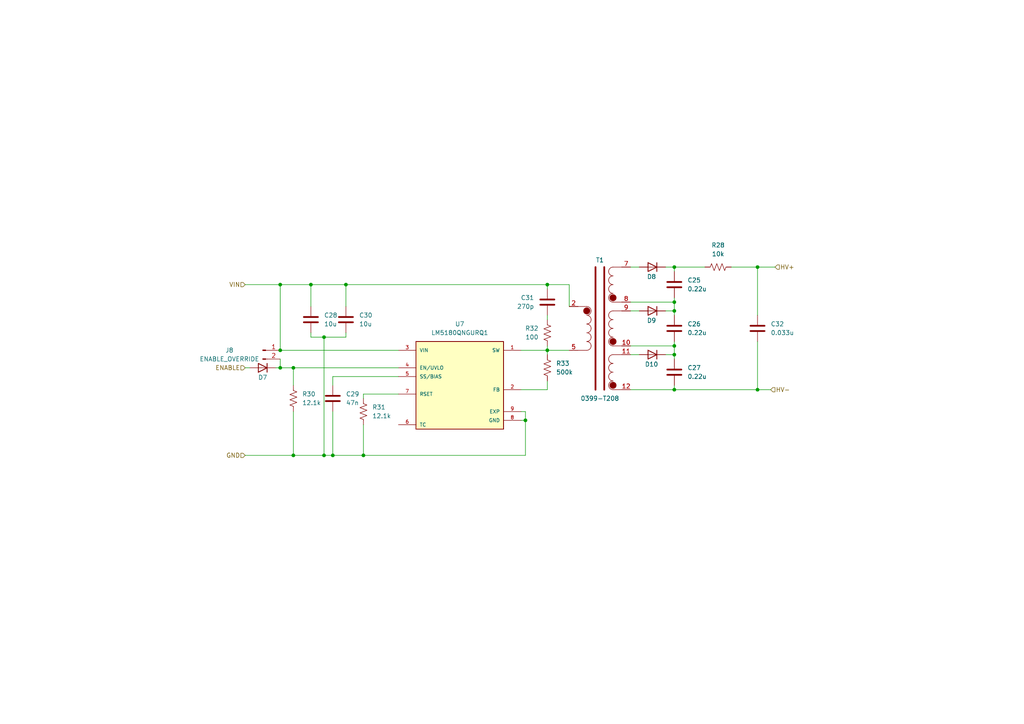
<source format=kicad_sch>
(kicad_sch
	(version 20250114)
	(generator "eeschema")
	(generator_version "9.0")
	(uuid "977f5da2-6be6-4fc1-969f-7a8fa8851033")
	(paper "A4")
	(lib_symbols
		(symbol "Connector:Conn_01x02_Pin"
			(pin_names
				(offset 1.016)
				(hide yes)
			)
			(exclude_from_sim no)
			(in_bom yes)
			(on_board yes)
			(property "Reference" "J"
				(at 0 2.54 0)
				(effects
					(font
						(size 1.27 1.27)
					)
				)
			)
			(property "Value" "Conn_01x02_Pin"
				(at 0 -5.08 0)
				(effects
					(font
						(size 1.27 1.27)
					)
				)
			)
			(property "Footprint" ""
				(at 0 0 0)
				(effects
					(font
						(size 1.27 1.27)
					)
					(hide yes)
				)
			)
			(property "Datasheet" "~"
				(at 0 0 0)
				(effects
					(font
						(size 1.27 1.27)
					)
					(hide yes)
				)
			)
			(property "Description" "Generic connector, single row, 01x02, script generated"
				(at 0 0 0)
				(effects
					(font
						(size 1.27 1.27)
					)
					(hide yes)
				)
			)
			(property "ki_locked" ""
				(at 0 0 0)
				(effects
					(font
						(size 1.27 1.27)
					)
				)
			)
			(property "ki_keywords" "connector"
				(at 0 0 0)
				(effects
					(font
						(size 1.27 1.27)
					)
					(hide yes)
				)
			)
			(property "ki_fp_filters" "Connector*:*_1x??_*"
				(at 0 0 0)
				(effects
					(font
						(size 1.27 1.27)
					)
					(hide yes)
				)
			)
			(symbol "Conn_01x02_Pin_1_1"
				(rectangle
					(start 0.8636 0.127)
					(end 0 -0.127)
					(stroke
						(width 0.1524)
						(type default)
					)
					(fill
						(type outline)
					)
				)
				(rectangle
					(start 0.8636 -2.413)
					(end 0 -2.667)
					(stroke
						(width 0.1524)
						(type default)
					)
					(fill
						(type outline)
					)
				)
				(polyline
					(pts
						(xy 1.27 0) (xy 0.8636 0)
					)
					(stroke
						(width 0.1524)
						(type default)
					)
					(fill
						(type none)
					)
				)
				(polyline
					(pts
						(xy 1.27 -2.54) (xy 0.8636 -2.54)
					)
					(stroke
						(width 0.1524)
						(type default)
					)
					(fill
						(type none)
					)
				)
				(pin passive line
					(at 5.08 0 180)
					(length 3.81)
					(name "Pin_1"
						(effects
							(font
								(size 1.27 1.27)
							)
						)
					)
					(number "1"
						(effects
							(font
								(size 1.27 1.27)
							)
						)
					)
				)
				(pin passive line
					(at 5.08 -2.54 180)
					(length 3.81)
					(name "Pin_2"
						(effects
							(font
								(size 1.27 1.27)
							)
						)
					)
					(number "2"
						(effects
							(font
								(size 1.27 1.27)
							)
						)
					)
				)
			)
			(embedded_fonts no)
		)
		(symbol "Device:C"
			(pin_numbers
				(hide yes)
			)
			(pin_names
				(offset 0.254)
			)
			(exclude_from_sim no)
			(in_bom yes)
			(on_board yes)
			(property "Reference" "C"
				(at 0.635 2.54 0)
				(effects
					(font
						(size 1.27 1.27)
					)
					(justify left)
				)
			)
			(property "Value" "C"
				(at 0.635 -2.54 0)
				(effects
					(font
						(size 1.27 1.27)
					)
					(justify left)
				)
			)
			(property "Footprint" ""
				(at 0.9652 -3.81 0)
				(effects
					(font
						(size 1.27 1.27)
					)
					(hide yes)
				)
			)
			(property "Datasheet" "~"
				(at 0 0 0)
				(effects
					(font
						(size 1.27 1.27)
					)
					(hide yes)
				)
			)
			(property "Description" "Unpolarized capacitor"
				(at 0 0 0)
				(effects
					(font
						(size 1.27 1.27)
					)
					(hide yes)
				)
			)
			(property "ki_keywords" "cap capacitor"
				(at 0 0 0)
				(effects
					(font
						(size 1.27 1.27)
					)
					(hide yes)
				)
			)
			(property "ki_fp_filters" "C_*"
				(at 0 0 0)
				(effects
					(font
						(size 1.27 1.27)
					)
					(hide yes)
				)
			)
			(symbol "C_0_1"
				(polyline
					(pts
						(xy -2.032 0.762) (xy 2.032 0.762)
					)
					(stroke
						(width 0.508)
						(type default)
					)
					(fill
						(type none)
					)
				)
				(polyline
					(pts
						(xy -2.032 -0.762) (xy 2.032 -0.762)
					)
					(stroke
						(width 0.508)
						(type default)
					)
					(fill
						(type none)
					)
				)
			)
			(symbol "C_1_1"
				(pin passive line
					(at 0 3.81 270)
					(length 2.794)
					(name "~"
						(effects
							(font
								(size 1.27 1.27)
							)
						)
					)
					(number "1"
						(effects
							(font
								(size 1.27 1.27)
							)
						)
					)
				)
				(pin passive line
					(at 0 -3.81 90)
					(length 2.794)
					(name "~"
						(effects
							(font
								(size 1.27 1.27)
							)
						)
					)
					(number "2"
						(effects
							(font
								(size 1.27 1.27)
							)
						)
					)
				)
			)
			(embedded_fonts no)
		)
		(symbol "Device:D"
			(pin_numbers
				(hide yes)
			)
			(pin_names
				(offset 1.016)
				(hide yes)
			)
			(exclude_from_sim no)
			(in_bom yes)
			(on_board yes)
			(property "Reference" "D"
				(at 0 2.54 0)
				(effects
					(font
						(size 1.27 1.27)
					)
				)
			)
			(property "Value" "D"
				(at 0 -2.54 0)
				(effects
					(font
						(size 1.27 1.27)
					)
				)
			)
			(property "Footprint" ""
				(at 0 0 0)
				(effects
					(font
						(size 1.27 1.27)
					)
					(hide yes)
				)
			)
			(property "Datasheet" "~"
				(at 0 0 0)
				(effects
					(font
						(size 1.27 1.27)
					)
					(hide yes)
				)
			)
			(property "Description" "Diode"
				(at 0 0 0)
				(effects
					(font
						(size 1.27 1.27)
					)
					(hide yes)
				)
			)
			(property "Sim.Device" "D"
				(at 0 0 0)
				(effects
					(font
						(size 1.27 1.27)
					)
					(hide yes)
				)
			)
			(property "Sim.Pins" "1=K 2=A"
				(at 0 0 0)
				(effects
					(font
						(size 1.27 1.27)
					)
					(hide yes)
				)
			)
			(property "ki_keywords" "diode"
				(at 0 0 0)
				(effects
					(font
						(size 1.27 1.27)
					)
					(hide yes)
				)
			)
			(property "ki_fp_filters" "TO-???* *_Diode_* *SingleDiode* D_*"
				(at 0 0 0)
				(effects
					(font
						(size 1.27 1.27)
					)
					(hide yes)
				)
			)
			(symbol "D_0_1"
				(polyline
					(pts
						(xy -1.27 1.27) (xy -1.27 -1.27)
					)
					(stroke
						(width 0.254)
						(type default)
					)
					(fill
						(type none)
					)
				)
				(polyline
					(pts
						(xy 1.27 1.27) (xy 1.27 -1.27) (xy -1.27 0) (xy 1.27 1.27)
					)
					(stroke
						(width 0.254)
						(type default)
					)
					(fill
						(type none)
					)
				)
				(polyline
					(pts
						(xy 1.27 0) (xy -1.27 0)
					)
					(stroke
						(width 0)
						(type default)
					)
					(fill
						(type none)
					)
				)
			)
			(symbol "D_1_1"
				(pin passive line
					(at -3.81 0 0)
					(length 2.54)
					(name "K"
						(effects
							(font
								(size 1.27 1.27)
							)
						)
					)
					(number "1"
						(effects
							(font
								(size 1.27 1.27)
							)
						)
					)
				)
				(pin passive line
					(at 3.81 0 180)
					(length 2.54)
					(name "A"
						(effects
							(font
								(size 1.27 1.27)
							)
						)
					)
					(number "2"
						(effects
							(font
								(size 1.27 1.27)
							)
						)
					)
				)
			)
			(embedded_fonts no)
		)
		(symbol "Device:R_US"
			(pin_numbers
				(hide yes)
			)
			(pin_names
				(offset 0)
			)
			(exclude_from_sim no)
			(in_bom yes)
			(on_board yes)
			(property "Reference" "R"
				(at 2.54 0 90)
				(effects
					(font
						(size 1.27 1.27)
					)
				)
			)
			(property "Value" "R_US"
				(at -2.54 0 90)
				(effects
					(font
						(size 1.27 1.27)
					)
				)
			)
			(property "Footprint" ""
				(at 1.016 -0.254 90)
				(effects
					(font
						(size 1.27 1.27)
					)
					(hide yes)
				)
			)
			(property "Datasheet" "~"
				(at 0 0 0)
				(effects
					(font
						(size 1.27 1.27)
					)
					(hide yes)
				)
			)
			(property "Description" "Resistor, US symbol"
				(at 0 0 0)
				(effects
					(font
						(size 1.27 1.27)
					)
					(hide yes)
				)
			)
			(property "ki_keywords" "R res resistor"
				(at 0 0 0)
				(effects
					(font
						(size 1.27 1.27)
					)
					(hide yes)
				)
			)
			(property "ki_fp_filters" "R_*"
				(at 0 0 0)
				(effects
					(font
						(size 1.27 1.27)
					)
					(hide yes)
				)
			)
			(symbol "R_US_0_1"
				(polyline
					(pts
						(xy 0 2.286) (xy 0 2.54)
					)
					(stroke
						(width 0)
						(type default)
					)
					(fill
						(type none)
					)
				)
				(polyline
					(pts
						(xy 0 2.286) (xy 1.016 1.905) (xy 0 1.524) (xy -1.016 1.143) (xy 0 0.762)
					)
					(stroke
						(width 0)
						(type default)
					)
					(fill
						(type none)
					)
				)
				(polyline
					(pts
						(xy 0 0.762) (xy 1.016 0.381) (xy 0 0) (xy -1.016 -0.381) (xy 0 -0.762)
					)
					(stroke
						(width 0)
						(type default)
					)
					(fill
						(type none)
					)
				)
				(polyline
					(pts
						(xy 0 -0.762) (xy 1.016 -1.143) (xy 0 -1.524) (xy -1.016 -1.905) (xy 0 -2.286)
					)
					(stroke
						(width 0)
						(type default)
					)
					(fill
						(type none)
					)
				)
				(polyline
					(pts
						(xy 0 -2.286) (xy 0 -2.54)
					)
					(stroke
						(width 0)
						(type default)
					)
					(fill
						(type none)
					)
				)
			)
			(symbol "R_US_1_1"
				(pin passive line
					(at 0 3.81 270)
					(length 1.27)
					(name "~"
						(effects
							(font
								(size 1.27 1.27)
							)
						)
					)
					(number "1"
						(effects
							(font
								(size 1.27 1.27)
							)
						)
					)
				)
				(pin passive line
					(at 0 -3.81 90)
					(length 1.27)
					(name "~"
						(effects
							(font
								(size 1.27 1.27)
							)
						)
					)
					(number "2"
						(effects
							(font
								(size 1.27 1.27)
							)
						)
					)
				)
			)
			(embedded_fonts no)
		)
		(symbol "LM5180QNGURQ1:LM5180QNGURQ1"
			(pin_names
				(offset 1.016)
			)
			(exclude_from_sim no)
			(in_bom yes)
			(on_board yes)
			(property "Reference" "U"
				(at -12.7 13.97 0)
				(effects
					(font
						(size 1.27 1.27)
					)
					(justify left bottom)
				)
			)
			(property "Value" "LM5180QNGURQ1"
				(at -12.7 -13.97 0)
				(effects
					(font
						(size 1.27 1.27)
					)
					(justify left top)
				)
			)
			(property "Footprint" "LM5180QNGURQ1:SON80P400X400X80-9N"
				(at 0 0 0)
				(effects
					(font
						(size 1.27 1.27)
					)
					(justify bottom)
					(hide yes)
				)
			)
			(property "Datasheet" ""
				(at 0 0 0)
				(effects
					(font
						(size 1.27 1.27)
					)
					(hide yes)
				)
			)
			(property "Description" ""
				(at 0 0 0)
				(effects
					(font
						(size 1.27 1.27)
					)
					(hide yes)
				)
			)
			(property "MF" "Texas Instruments"
				(at 0 0 0)
				(effects
					(font
						(size 1.27 1.27)
					)
					(justify bottom)
					(hide yes)
				)
			)
			(property "MAXIMUM_PACKAGE_HEIGHT" "0.8 mm"
				(at 0 0 0)
				(effects
					(font
						(size 1.27 1.27)
					)
					(justify bottom)
					(hide yes)
				)
			)
			(property "Package" "WSON-8 Texas Instruments"
				(at 0 0 0)
				(effects
					(font
						(size 1.27 1.27)
					)
					(justify bottom)
					(hide yes)
				)
			)
			(property "Price" "None"
				(at 0 0 0)
				(effects
					(font
						(size 1.27 1.27)
					)
					(justify bottom)
					(hide yes)
				)
			)
			(property "Check_prices" "https://www.snapeda.com/parts/LM5180QNGURQ1/Texas+Instruments/view-part/?ref=eda"
				(at 0 0 0)
				(effects
					(font
						(size 1.27 1.27)
					)
					(justify bottom)
					(hide yes)
				)
			)
			(property "STANDARD" "IPC 7351B"
				(at 0 0 0)
				(effects
					(font
						(size 1.27 1.27)
					)
					(justify bottom)
					(hide yes)
				)
			)
			(property "PARTREV" "A"
				(at 0 0 0)
				(effects
					(font
						(size 1.27 1.27)
					)
					(justify bottom)
					(hide yes)
				)
			)
			(property "SnapEDA_Link" "https://www.snapeda.com/parts/LM5180QNGURQ1/Texas+Instruments/view-part/?ref=snap"
				(at 0 0 0)
				(effects
					(font
						(size 1.27 1.27)
					)
					(justify bottom)
					(hide yes)
				)
			)
			(property "MP" "LM5180QNGURQ1"
				(at 0 0 0)
				(effects
					(font
						(size 1.27 1.27)
					)
					(justify bottom)
					(hide yes)
				)
			)
			(property "Description_1" "\n                        \n                            Automotive 65-VIN no-opto flyback converter with 100-V, 1.5-A integrated MOSFET\n                        \n"
				(at 0 0 0)
				(effects
					(font
						(size 1.27 1.27)
					)
					(justify bottom)
					(hide yes)
				)
			)
			(property "Availability" "In Stock"
				(at 0 0 0)
				(effects
					(font
						(size 1.27 1.27)
					)
					(justify bottom)
					(hide yes)
				)
			)
			(property "MANUFACTURER" "Texas Instruments"
				(at 0 0 0)
				(effects
					(font
						(size 1.27 1.27)
					)
					(justify bottom)
					(hide yes)
				)
			)
			(symbol "LM5180QNGURQ1_0_0"
				(rectangle
					(start -12.7 -12.7)
					(end 12.7 12.7)
					(stroke
						(width 0.254)
						(type default)
					)
					(fill
						(type background)
					)
				)
				(pin input line
					(at -17.78 10.16 0)
					(length 5.08)
					(name "VIN"
						(effects
							(font
								(size 1.016 1.016)
							)
						)
					)
					(number "3"
						(effects
							(font
								(size 1.016 1.016)
							)
						)
					)
				)
				(pin input line
					(at -17.78 5.08 0)
					(length 5.08)
					(name "EN/UVLO"
						(effects
							(font
								(size 1.016 1.016)
							)
						)
					)
					(number "4"
						(effects
							(font
								(size 1.016 1.016)
							)
						)
					)
				)
				(pin input line
					(at -17.78 2.54 0)
					(length 5.08)
					(name "SS/BIAS"
						(effects
							(font
								(size 1.016 1.016)
							)
						)
					)
					(number "5"
						(effects
							(font
								(size 1.016 1.016)
							)
						)
					)
				)
				(pin passive line
					(at -17.78 -2.54 0)
					(length 5.08)
					(name "RSET"
						(effects
							(font
								(size 1.016 1.016)
							)
						)
					)
					(number "7"
						(effects
							(font
								(size 1.016 1.016)
							)
						)
					)
				)
				(pin passive line
					(at -17.78 -11.43 0)
					(length 5.08)
					(name "TC"
						(effects
							(font
								(size 1.016 1.016)
							)
						)
					)
					(number "6"
						(effects
							(font
								(size 1.016 1.016)
							)
						)
					)
				)
				(pin output line
					(at 17.78 10.16 180)
					(length 5.08)
					(name "SW"
						(effects
							(font
								(size 1.016 1.016)
							)
						)
					)
					(number "1"
						(effects
							(font
								(size 1.016 1.016)
							)
						)
					)
				)
				(pin input line
					(at 17.78 -1.27 180)
					(length 5.08)
					(name "FB"
						(effects
							(font
								(size 1.016 1.016)
							)
						)
					)
					(number "2"
						(effects
							(font
								(size 1.016 1.016)
							)
						)
					)
				)
				(pin power_in line
					(at 17.78 -7.62 180)
					(length 5.08)
					(name "EXP"
						(effects
							(font
								(size 1.016 1.016)
							)
						)
					)
					(number "9"
						(effects
							(font
								(size 1.016 1.016)
							)
						)
					)
				)
				(pin power_in line
					(at 17.78 -10.16 180)
					(length 5.08)
					(name "GND"
						(effects
							(font
								(size 1.016 1.016)
							)
						)
					)
					(number "8"
						(effects
							(font
								(size 1.016 1.016)
							)
						)
					)
				)
			)
			(embedded_fonts no)
		)
		(symbol "Sumida Transformer:0399-T208"
			(exclude_from_sim no)
			(in_bom yes)
			(on_board yes)
			(property "Reference" "T1"
				(at 0 22.86 0)
				(effects
					(font
						(size 1.27 1.27)
					)
				)
			)
			(property "Value" "0399-T208"
				(at 0 20.32 0)
				(effects
					(font
						(size 1.27 1.27)
					)
				)
			)
			(property "Footprint" "0399-T208:0399-T208"
				(at 0 -21.59 0)
				(effects
					(font
						(size 1.27 1.27)
					)
					(hide yes)
				)
			)
			(property "Datasheet" ""
				(at 0 0 0)
				(effects
					(font
						(size 1.27 1.27)
					)
					(hide yes)
				)
			)
			(property "Description" ""
				(at 0 0 0)
				(effects
					(font
						(size 1.27 1.27)
					)
					(hide yes)
				)
			)
			(symbol "0399-T208_0_1"
				(polyline
					(pts
						(xy -6.35 6.35) (xy -3.81 6.35)
					)
					(stroke
						(width 0)
						(type default)
					)
					(fill
						(type none)
					)
				)
				(arc
					(start -2.54 5.08)
					(mid -2.912 4.182)
					(end -3.81 3.81)
					(stroke
						(width 0)
						(type default)
					)
					(fill
						(type none)
					)
				)
				(arc
					(start -3.81 6.35)
					(mid -2.912 5.978)
					(end -2.54 5.08)
					(stroke
						(width 0)
						(type default)
					)
					(fill
						(type none)
					)
				)
				(arc
					(start -2.5399 2.5401)
					(mid -2.9119 1.6421)
					(end -3.8099 1.2701)
					(stroke
						(width 0)
						(type default)
					)
					(fill
						(type none)
					)
				)
				(arc
					(start -3.8099 3.8101)
					(mid -2.9119 3.4381)
					(end -2.5399 2.5401)
					(stroke
						(width 0)
						(type default)
					)
					(fill
						(type none)
					)
				)
				(arc
					(start -2.5399 0.0001)
					(mid -2.9119 -0.8979)
					(end -3.8099 -1.2699)
					(stroke
						(width 0)
						(type default)
					)
					(fill
						(type none)
					)
				)
				(arc
					(start -3.8099 1.2701)
					(mid -2.9119 0.8981)
					(end -2.5399 0.0001)
					(stroke
						(width 0)
						(type default)
					)
					(fill
						(type none)
					)
				)
				(arc
					(start -2.5399 -2.5399)
					(mid -2.9119 -3.4379)
					(end -3.8099 -3.8099)
					(stroke
						(width 0)
						(type default)
					)
					(fill
						(type none)
					)
				)
				(arc
					(start -3.8099 -1.2699)
					(mid -2.9119 -1.6419)
					(end -2.5399 -2.5399)
					(stroke
						(width 0)
						(type default)
					)
					(fill
						(type none)
					)
				)
				(arc
					(start -2.5399 -5.0799)
					(mid -2.9119 -5.9779)
					(end -3.8099 -6.3499)
					(stroke
						(width 0)
						(type default)
					)
					(fill
						(type none)
					)
				)
				(arc
					(start -3.8099 -3.8099)
					(mid -2.9119 -4.1819)
					(end -2.5399 -5.0799)
					(stroke
						(width 0)
						(type default)
					)
					(fill
						(type none)
					)
				)
				(circle
					(center -3.81 -5.08)
					(radius 0.0001)
					(stroke
						(width 1)
						(type default)
					)
					(fill
						(type none)
					)
				)
				(polyline
					(pts
						(xy -3.81 -6.35) (xy -6.35 -6.35)
					)
					(stroke
						(width 0)
						(type default)
					)
					(fill
						(type none)
					)
				)
				(polyline
					(pts
						(xy -1.27 17.78) (xy -1.27 -17.78)
					)
					(stroke
						(width 0.5)
						(type default)
					)
					(fill
						(type none)
					)
				)
				(polyline
					(pts
						(xy 1.27 17.78) (xy 1.27 -17.78)
					)
					(stroke
						(width 0.5)
						(type default)
					)
					(fill
						(type none)
					)
				)
				(arc
					(start 2.54 16.51)
					(mid 2.912 17.408)
					(end 3.81 17.78)
					(stroke
						(width 0)
						(type default)
					)
					(fill
						(type none)
					)
				)
				(circle
					(center 3.81 16.51)
					(radius 0.0001)
					(stroke
						(width 1)
						(type default)
					)
					(fill
						(type none)
					)
				)
				(arc
					(start 3.81 15.24)
					(mid 2.912 15.612)
					(end 2.54 16.51)
					(stroke
						(width 0)
						(type default)
					)
					(fill
						(type none)
					)
				)
				(arc
					(start 2.54 13.97)
					(mid 2.912 14.868)
					(end 3.81 15.24)
					(stroke
						(width 0)
						(type default)
					)
					(fill
						(type none)
					)
				)
				(arc
					(start 3.81 12.7)
					(mid 2.912 13.072)
					(end 2.54 13.97)
					(stroke
						(width 0)
						(type default)
					)
					(fill
						(type none)
					)
				)
				(arc
					(start 2.54 11.43)
					(mid 2.912 12.328)
					(end 3.81 12.7)
					(stroke
						(width 0)
						(type default)
					)
					(fill
						(type none)
					)
				)
				(arc
					(start 3.81 10.16)
					(mid 2.912 10.532)
					(end 2.54 11.43)
					(stroke
						(width 0)
						(type default)
					)
					(fill
						(type none)
					)
				)
				(arc
					(start 2.54 8.89)
					(mid 2.912 9.788)
					(end 3.81 10.16)
					(stroke
						(width 0)
						(type default)
					)
					(fill
						(type none)
					)
				)
				(arc
					(start 3.81 7.62)
					(mid 2.912 7.992)
					(end 2.54 8.89)
					(stroke
						(width 0)
						(type default)
					)
					(fill
						(type none)
					)
				)
				(polyline
					(pts
						(xy 3.81 7.62) (xy 6.35 7.62)
					)
					(stroke
						(width 0)
						(type default)
					)
					(fill
						(type none)
					)
				)
				(arc
					(start 2.54 3.81)
					(mid 2.912 4.708)
					(end 3.81 5.08)
					(stroke
						(width 0)
						(type default)
					)
					(fill
						(type none)
					)
				)
				(circle
					(center 3.81 3.81)
					(radius 0.0001)
					(stroke
						(width 1)
						(type default)
					)
					(fill
						(type none)
					)
				)
				(arc
					(start 3.81 2.54)
					(mid 2.912 2.912)
					(end 2.54 3.81)
					(stroke
						(width 0)
						(type default)
					)
					(fill
						(type none)
					)
				)
				(arc
					(start 2.54 1.27)
					(mid 2.912 2.168)
					(end 3.81 2.54)
					(stroke
						(width 0)
						(type default)
					)
					(fill
						(type none)
					)
				)
				(arc
					(start 3.81 0)
					(mid 2.912 0.372)
					(end 2.54 1.27)
					(stroke
						(width 0)
						(type default)
					)
					(fill
						(type none)
					)
				)
				(arc
					(start 2.54 -1.27)
					(mid 2.912 -0.372)
					(end 3.81 0)
					(stroke
						(width 0)
						(type default)
					)
					(fill
						(type none)
					)
				)
				(arc
					(start 3.81 -2.54)
					(mid 2.912 -2.168)
					(end 2.54 -1.27)
					(stroke
						(width 0)
						(type default)
					)
					(fill
						(type none)
					)
				)
				(arc
					(start 2.54 -3.81)
					(mid 2.912 -2.912)
					(end 3.81 -2.54)
					(stroke
						(width 0)
						(type default)
					)
					(fill
						(type none)
					)
				)
				(arc
					(start 3.81 -5.08)
					(mid 2.912 -4.708)
					(end 2.54 -3.81)
					(stroke
						(width 0)
						(type default)
					)
					(fill
						(type none)
					)
				)
				(polyline
					(pts
						(xy 3.81 -5.08) (xy 6.35 -5.08)
					)
					(stroke
						(width 0)
						(type default)
					)
					(fill
						(type none)
					)
				)
				(arc
					(start 2.54 -8.89)
					(mid 2.912 -7.992)
					(end 3.81 -7.62)
					(stroke
						(width 0)
						(type default)
					)
					(fill
						(type none)
					)
				)
				(circle
					(center 3.81 -8.89)
					(radius 0.0001)
					(stroke
						(width 1)
						(type default)
					)
					(fill
						(type none)
					)
				)
				(arc
					(start 3.81 -10.16)
					(mid 2.912 -9.788)
					(end 2.54 -8.89)
					(stroke
						(width 0)
						(type default)
					)
					(fill
						(type none)
					)
				)
				(arc
					(start 2.54 -11.43)
					(mid 2.912 -10.532)
					(end 3.81 -10.16)
					(stroke
						(width 0)
						(type default)
					)
					(fill
						(type none)
					)
				)
				(arc
					(start 3.81 -12.7)
					(mid 2.912 -12.328)
					(end 2.54 -11.43)
					(stroke
						(width 0)
						(type default)
					)
					(fill
						(type none)
					)
				)
				(arc
					(start 2.54 -13.97)
					(mid 2.912 -13.072)
					(end 3.81 -12.7)
					(stroke
						(width 0)
						(type default)
					)
					(fill
						(type none)
					)
				)
				(arc
					(start 3.81 -15.24)
					(mid 2.912 -14.868)
					(end 2.54 -13.97)
					(stroke
						(width 0)
						(type default)
					)
					(fill
						(type none)
					)
				)
				(arc
					(start 2.54 -16.51)
					(mid 2.912 -15.612)
					(end 3.81 -15.24)
					(stroke
						(width 0)
						(type default)
					)
					(fill
						(type none)
					)
				)
				(arc
					(start 3.81 -17.78)
					(mid 2.912 -17.408)
					(end 2.54 -16.51)
					(stroke
						(width 0)
						(type default)
					)
					(fill
						(type none)
					)
				)
				(polyline
					(pts
						(xy 3.81 -17.78) (xy 6.35 -17.78)
					)
					(stroke
						(width 0)
						(type default)
					)
					(fill
						(type none)
					)
				)
				(polyline
					(pts
						(xy 6.35 17.78) (xy 3.81 17.78)
					)
					(stroke
						(width 0)
						(type default)
					)
					(fill
						(type none)
					)
				)
				(polyline
					(pts
						(xy 6.35 5.08) (xy 3.81 5.08)
					)
					(stroke
						(width 0)
						(type default)
					)
					(fill
						(type none)
					)
				)
				(polyline
					(pts
						(xy 6.35 -7.62) (xy 3.81 -7.62)
					)
					(stroke
						(width 0)
						(type default)
					)
					(fill
						(type none)
					)
				)
			)
			(symbol "0399-T208_1_1"
				(pin passive line
					(at -8.89 6.35 0)
					(length 2.54)
					(name ""
						(effects
							(font
								(size 1.27 1.27)
							)
						)
					)
					(number "5"
						(effects
							(font
								(size 1.27 1.27)
							)
						)
					)
				)
				(pin passive line
					(at -8.89 -6.35 0)
					(length 2.54)
					(name ""
						(effects
							(font
								(size 1.27 1.27)
							)
						)
					)
					(number "2"
						(effects
							(font
								(size 1.27 1.27)
							)
						)
					)
				)
				(pin passive line
					(at 8.89 17.78 180)
					(length 2.54)
					(name ""
						(effects
							(font
								(size 1.27 1.27)
							)
						)
					)
					(number "12"
						(effects
							(font
								(size 1.27 1.27)
							)
						)
					)
				)
				(pin passive line
					(at 8.89 7.62 180)
					(length 2.54)
					(name ""
						(effects
							(font
								(size 1.27 1.27)
							)
						)
					)
					(number "11"
						(effects
							(font
								(size 1.27 1.27)
							)
						)
					)
				)
				(pin passive line
					(at 8.89 5.08 180)
					(length 2.54)
					(name ""
						(effects
							(font
								(size 1.27 1.27)
							)
						)
					)
					(number "10"
						(effects
							(font
								(size 1.27 1.27)
							)
						)
					)
				)
				(pin passive line
					(at 8.89 -5.08 180)
					(length 2.54)
					(name ""
						(effects
							(font
								(size 1.27 1.27)
							)
						)
					)
					(number "9"
						(effects
							(font
								(size 1.27 1.27)
							)
						)
					)
				)
				(pin passive line
					(at 8.89 -7.62 180)
					(length 2.54)
					(name ""
						(effects
							(font
								(size 1.27 1.27)
							)
						)
					)
					(number "8"
						(effects
							(font
								(size 1.27 1.27)
							)
						)
					)
				)
				(pin passive line
					(at 8.89 -17.78 180)
					(length 2.54)
					(name ""
						(effects
							(font
								(size 1.27 1.27)
							)
						)
					)
					(number "7"
						(effects
							(font
								(size 1.27 1.27)
							)
						)
					)
				)
			)
			(embedded_fonts no)
		)
	)
	(junction
		(at 195.58 87.63)
		(diameter 0)
		(color 0 0 0 0)
		(uuid "095be0f0-064f-4a60-8c94-9ddb2ad87914")
	)
	(junction
		(at 195.58 90.17)
		(diameter 0)
		(color 0 0 0 0)
		(uuid "0bc7ef3a-a4e4-4740-9f5f-c53da9e48dd4")
	)
	(junction
		(at 152.4 121.92)
		(diameter 0)
		(color 0 0 0 0)
		(uuid "19efb306-452c-4d8a-8731-fa1523415519")
	)
	(junction
		(at 81.28 101.6)
		(diameter 0)
		(color 0 0 0 0)
		(uuid "261c9b1b-870c-42f5-8d8c-b2621143cc18")
	)
	(junction
		(at 81.28 82.55)
		(diameter 0)
		(color 0 0 0 0)
		(uuid "2eb2f5b3-4fee-4e2d-8072-ec66c2a371a0")
	)
	(junction
		(at 90.17 82.55)
		(diameter 0)
		(color 0 0 0 0)
		(uuid "41dcfa92-e7af-4f65-97ee-9730fed3c16b")
	)
	(junction
		(at 195.58 100.33)
		(diameter 0)
		(color 0 0 0 0)
		(uuid "440a2aab-8aaa-46c8-ac8c-da2aa6a28542")
	)
	(junction
		(at 195.58 102.87)
		(diameter 0)
		(color 0 0 0 0)
		(uuid "57c82e8c-a4cf-4e35-89b4-3d2fa8405136")
	)
	(junction
		(at 85.09 106.68)
		(diameter 0)
		(color 0 0 0 0)
		(uuid "5a9a300a-90c8-44af-9143-bf0f90464e81")
	)
	(junction
		(at 105.41 132.08)
		(diameter 0)
		(color 0 0 0 0)
		(uuid "5e30e5e1-608f-4de7-9cf0-164953a7e85c")
	)
	(junction
		(at 93.98 97.79)
		(diameter 0)
		(color 0 0 0 0)
		(uuid "6251a411-0289-466a-a126-c6bc70dff4d4")
	)
	(junction
		(at 96.52 132.08)
		(diameter 0)
		(color 0 0 0 0)
		(uuid "6335f0f5-5174-40bb-b82f-13f8ddb903ed")
	)
	(junction
		(at 100.33 82.55)
		(diameter 0)
		(color 0 0 0 0)
		(uuid "6a393869-b1e8-4438-a232-3414f0cb2e43")
	)
	(junction
		(at 81.28 106.68)
		(diameter 0)
		(color 0 0 0 0)
		(uuid "79d0591a-9088-46f7-a012-e3c10d40777b")
	)
	(junction
		(at 219.71 77.47)
		(diameter 0)
		(color 0 0 0 0)
		(uuid "930200ec-342e-4029-b2e3-5e6984ef0e08")
	)
	(junction
		(at 158.75 101.6)
		(diameter 0)
		(color 0 0 0 0)
		(uuid "93f1f714-c7f8-4c97-b6b9-f9784565df69")
	)
	(junction
		(at 219.71 113.03)
		(diameter 0)
		(color 0 0 0 0)
		(uuid "b2a6f65f-d5ab-4ef1-9ba5-108bd0be697f")
	)
	(junction
		(at 195.58 77.47)
		(diameter 0)
		(color 0 0 0 0)
		(uuid "c1ce815a-54cc-4a8a-9bbd-35a0bb2db9d0")
	)
	(junction
		(at 195.58 113.03)
		(diameter 0)
		(color 0 0 0 0)
		(uuid "d14abcb3-0a63-4062-aa74-a8da6b704477")
	)
	(junction
		(at 158.75 82.55)
		(diameter 0)
		(color 0 0 0 0)
		(uuid "d3beaf2c-a378-4ccd-bac5-3477c5258efd")
	)
	(junction
		(at 93.98 132.08)
		(diameter 0)
		(color 0 0 0 0)
		(uuid "e7e22b81-e504-46a0-9786-b7121219ab16")
	)
	(junction
		(at 85.09 132.08)
		(diameter 0)
		(color 0 0 0 0)
		(uuid "ff284ab1-cc01-4ce4-af2c-0cb93aac012e")
	)
	(wire
		(pts
			(xy 71.12 82.55) (xy 81.28 82.55)
		)
		(stroke
			(width 0)
			(type default)
		)
		(uuid "0295b9a6-b519-41cf-aee3-190164d4fa13")
	)
	(wire
		(pts
			(xy 90.17 82.55) (xy 81.28 82.55)
		)
		(stroke
			(width 0)
			(type default)
		)
		(uuid "0755eca6-30e9-48a6-9cc9-582a4b210878")
	)
	(wire
		(pts
			(xy 90.17 82.55) (xy 90.17 88.9)
		)
		(stroke
			(width 0)
			(type default)
		)
		(uuid "08641fe8-e8a3-400b-b415-64e5502be5b1")
	)
	(wire
		(pts
			(xy 100.33 82.55) (xy 100.33 88.9)
		)
		(stroke
			(width 0)
			(type default)
		)
		(uuid "08cc0bc7-64e9-41e9-8585-ba45241d42fa")
	)
	(wire
		(pts
			(xy 182.88 90.17) (xy 185.42 90.17)
		)
		(stroke
			(width 0)
			(type default)
		)
		(uuid "091c6f77-19d5-4116-9941-2aa00d19229f")
	)
	(wire
		(pts
			(xy 85.09 132.08) (xy 93.98 132.08)
		)
		(stroke
			(width 0)
			(type default)
		)
		(uuid "0a145276-6179-4581-a7a5-9369683d6e55")
	)
	(wire
		(pts
			(xy 158.75 113.03) (xy 158.75 110.49)
		)
		(stroke
			(width 0)
			(type default)
		)
		(uuid "0d056fe2-7746-457c-b624-e95511de5d3a")
	)
	(wire
		(pts
			(xy 115.57 114.3) (xy 105.41 114.3)
		)
		(stroke
			(width 0)
			(type default)
		)
		(uuid "165719f5-5fc8-4a97-8dbe-c8f2bdefcd2b")
	)
	(wire
		(pts
			(xy 81.28 101.6) (xy 115.57 101.6)
		)
		(stroke
			(width 0)
			(type default)
		)
		(uuid "1b726e0a-f91b-4167-bbde-516617a4bcb7")
	)
	(wire
		(pts
			(xy 195.58 111.76) (xy 195.58 113.03)
		)
		(stroke
			(width 0)
			(type default)
		)
		(uuid "1bf194b1-015d-4fc8-a5e6-54d628459556")
	)
	(wire
		(pts
			(xy 90.17 97.79) (xy 90.17 96.52)
		)
		(stroke
			(width 0)
			(type default)
		)
		(uuid "212d4ae1-9c9d-44dc-b55a-1569d1246bcc")
	)
	(wire
		(pts
			(xy 71.12 132.08) (xy 85.09 132.08)
		)
		(stroke
			(width 0)
			(type default)
		)
		(uuid "24bc5ae0-cccc-4252-a8ee-c61104dc61c2")
	)
	(wire
		(pts
			(xy 93.98 132.08) (xy 96.52 132.08)
		)
		(stroke
			(width 0)
			(type default)
		)
		(uuid "272ca4d1-aa3f-41d7-afe6-6dcc80cd5ce5")
	)
	(wire
		(pts
			(xy 151.13 121.92) (xy 152.4 121.92)
		)
		(stroke
			(width 0)
			(type default)
		)
		(uuid "2906990c-a317-4e5f-9b59-75dceb8f0e51")
	)
	(wire
		(pts
			(xy 105.41 123.19) (xy 105.41 132.08)
		)
		(stroke
			(width 0)
			(type default)
		)
		(uuid "2a77d878-6f84-4050-807e-8aac6f53e100")
	)
	(wire
		(pts
			(xy 85.09 119.38) (xy 85.09 132.08)
		)
		(stroke
			(width 0)
			(type default)
		)
		(uuid "32054c9a-f568-4e8e-b046-8bd3c9682d30")
	)
	(wire
		(pts
			(xy 195.58 100.33) (xy 195.58 102.87)
		)
		(stroke
			(width 0)
			(type default)
		)
		(uuid "369c0a16-2b8f-443b-992a-1a98e54f8f35")
	)
	(wire
		(pts
			(xy 158.75 91.44) (xy 158.75 92.71)
		)
		(stroke
			(width 0)
			(type default)
		)
		(uuid "374b0840-a0de-4250-8f0a-37f43b157890")
	)
	(wire
		(pts
			(xy 100.33 97.79) (xy 100.33 96.52)
		)
		(stroke
			(width 0)
			(type default)
		)
		(uuid "39c06173-3bb2-4417-b89f-cc6a745f48e7")
	)
	(wire
		(pts
			(xy 105.41 132.08) (xy 152.4 132.08)
		)
		(stroke
			(width 0)
			(type default)
		)
		(uuid "45622195-cad5-4a43-8a6f-3ebaa8afd205")
	)
	(wire
		(pts
			(xy 158.75 100.33) (xy 158.75 101.6)
		)
		(stroke
			(width 0)
			(type default)
		)
		(uuid "47ab2cac-619e-4603-863c-98188eeb0720")
	)
	(wire
		(pts
			(xy 96.52 109.22) (xy 96.52 111.76)
		)
		(stroke
			(width 0)
			(type default)
		)
		(uuid "4b73d574-df4d-4bfc-a228-2a74c913225c")
	)
	(wire
		(pts
			(xy 158.75 101.6) (xy 158.75 102.87)
		)
		(stroke
			(width 0)
			(type default)
		)
		(uuid "53ffd5f0-ba7e-461f-a679-e5a340926a39")
	)
	(wire
		(pts
			(xy 152.4 121.92) (xy 152.4 132.08)
		)
		(stroke
			(width 0)
			(type default)
		)
		(uuid "5401584f-e46c-4048-8861-d1a1e7cbd187")
	)
	(wire
		(pts
			(xy 151.13 119.38) (xy 152.4 119.38)
		)
		(stroke
			(width 0)
			(type default)
		)
		(uuid "54918907-9f8d-4590-a48c-37f5321a7c30")
	)
	(wire
		(pts
			(xy 158.75 101.6) (xy 165.1 101.6)
		)
		(stroke
			(width 0)
			(type default)
		)
		(uuid "54b25a30-6736-4da2-a51c-a9ec8e2dd025")
	)
	(wire
		(pts
			(xy 81.28 82.55) (xy 81.28 101.6)
		)
		(stroke
			(width 0)
			(type default)
		)
		(uuid "57af5d2a-edeb-43b7-9a62-2e82bb14a25a")
	)
	(wire
		(pts
			(xy 165.1 88.9) (xy 165.1 82.55)
		)
		(stroke
			(width 0)
			(type default)
		)
		(uuid "58fd6f56-144f-45f3-843d-e9cf84b1f70f")
	)
	(wire
		(pts
			(xy 158.75 82.55) (xy 100.33 82.55)
		)
		(stroke
			(width 0)
			(type default)
		)
		(uuid "5963f113-1c31-4038-8199-e1187bc73d25")
	)
	(wire
		(pts
			(xy 85.09 106.68) (xy 115.57 106.68)
		)
		(stroke
			(width 0)
			(type default)
		)
		(uuid "5d9710ff-1d23-47d1-88db-cbe0b088c66f")
	)
	(wire
		(pts
			(xy 195.58 87.63) (xy 195.58 90.17)
		)
		(stroke
			(width 0)
			(type default)
		)
		(uuid "656a9e00-3e0b-40d6-9964-965ce67f4e9d")
	)
	(wire
		(pts
			(xy 195.58 99.06) (xy 195.58 100.33)
		)
		(stroke
			(width 0)
			(type default)
		)
		(uuid "6581a1a0-86d6-465f-8232-48d7a79366d3")
	)
	(wire
		(pts
			(xy 80.01 106.68) (xy 81.28 106.68)
		)
		(stroke
			(width 0)
			(type default)
		)
		(uuid "6a6cc9cd-11ec-42e0-8400-78b0d908f743")
	)
	(wire
		(pts
			(xy 158.75 82.55) (xy 165.1 82.55)
		)
		(stroke
			(width 0)
			(type default)
		)
		(uuid "7431f825-2309-40d2-899e-6a17e5b15d61")
	)
	(wire
		(pts
			(xy 182.88 87.63) (xy 195.58 87.63)
		)
		(stroke
			(width 0)
			(type default)
		)
		(uuid "761445a0-7067-4fb8-8826-08a6ce3e6d85")
	)
	(wire
		(pts
			(xy 90.17 97.79) (xy 93.98 97.79)
		)
		(stroke
			(width 0)
			(type default)
		)
		(uuid "7752ad90-c2f2-4ea0-a1c6-27caaa9fa7cc")
	)
	(wire
		(pts
			(xy 105.41 114.3) (xy 105.41 115.57)
		)
		(stroke
			(width 0)
			(type default)
		)
		(uuid "84f90e4d-4b50-4616-ba34-739d8d57aaf5")
	)
	(wire
		(pts
			(xy 193.04 102.87) (xy 195.58 102.87)
		)
		(stroke
			(width 0)
			(type default)
		)
		(uuid "862c9444-5bed-42e9-9380-a640e0a65770")
	)
	(wire
		(pts
			(xy 151.13 113.03) (xy 158.75 113.03)
		)
		(stroke
			(width 0)
			(type default)
		)
		(uuid "8c04863f-f305-4b51-b9c3-a8ae790cc3c8")
	)
	(wire
		(pts
			(xy 96.52 132.08) (xy 105.41 132.08)
		)
		(stroke
			(width 0)
			(type default)
		)
		(uuid "8d1b5b28-6691-4a55-9b7b-2fe5f8a9ca34")
	)
	(wire
		(pts
			(xy 219.71 77.47) (xy 219.71 91.44)
		)
		(stroke
			(width 0)
			(type default)
		)
		(uuid "8d28fd0f-9cf2-4697-bdbe-9cef1ba7cb48")
	)
	(wire
		(pts
			(xy 193.04 90.17) (xy 195.58 90.17)
		)
		(stroke
			(width 0)
			(type default)
		)
		(uuid "90f3f24e-3b4f-45f8-b0ac-5fac6e02aa64")
	)
	(wire
		(pts
			(xy 195.58 113.03) (xy 219.71 113.03)
		)
		(stroke
			(width 0)
			(type default)
		)
		(uuid "921017c3-11d3-4f53-b3ab-3dc5b7a79572")
	)
	(wire
		(pts
			(xy 152.4 119.38) (xy 152.4 121.92)
		)
		(stroke
			(width 0)
			(type default)
		)
		(uuid "9302f890-6893-4af3-be45-1b064d235cb3")
	)
	(wire
		(pts
			(xy 195.58 102.87) (xy 195.58 104.14)
		)
		(stroke
			(width 0)
			(type default)
		)
		(uuid "9bf2e62f-fe17-4524-8c47-b2cf2d39807a")
	)
	(wire
		(pts
			(xy 193.04 77.47) (xy 195.58 77.47)
		)
		(stroke
			(width 0)
			(type default)
		)
		(uuid "9d269cf5-da73-4d88-bcc9-c98bb64e4542")
	)
	(wire
		(pts
			(xy 158.75 82.55) (xy 158.75 83.82)
		)
		(stroke
			(width 0)
			(type default)
		)
		(uuid "a1220ffb-5714-4b36-b36a-4c18cd879e1d")
	)
	(wire
		(pts
			(xy 93.98 97.79) (xy 93.98 132.08)
		)
		(stroke
			(width 0)
			(type default)
		)
		(uuid "a1d9fa7f-3b31-460b-81b3-25ea6a1451a4")
	)
	(wire
		(pts
			(xy 219.71 113.03) (xy 223.52 113.03)
		)
		(stroke
			(width 0)
			(type default)
		)
		(uuid "a1f0963e-1867-4989-b720-bbe19c172a1c")
	)
	(wire
		(pts
			(xy 195.58 86.36) (xy 195.58 87.63)
		)
		(stroke
			(width 0)
			(type default)
		)
		(uuid "a30a79e3-1729-4c56-afd2-c234a06d24be")
	)
	(wire
		(pts
			(xy 115.57 109.22) (xy 96.52 109.22)
		)
		(stroke
			(width 0)
			(type default)
		)
		(uuid "a3e0857b-0aba-440c-b692-c794c95e9e83")
	)
	(wire
		(pts
			(xy 182.88 113.03) (xy 195.58 113.03)
		)
		(stroke
			(width 0)
			(type default)
		)
		(uuid "a639083b-f665-44f4-8978-5103ffcd2310")
	)
	(wire
		(pts
			(xy 182.88 100.33) (xy 195.58 100.33)
		)
		(stroke
			(width 0)
			(type default)
		)
		(uuid "a97750a9-4248-4eb9-ae78-052f60e81d24")
	)
	(wire
		(pts
			(xy 85.09 106.68) (xy 81.28 106.68)
		)
		(stroke
			(width 0)
			(type default)
		)
		(uuid "ad62ff10-0134-48f8-a64c-7d067e9c3f54")
	)
	(wire
		(pts
			(xy 96.52 119.38) (xy 96.52 132.08)
		)
		(stroke
			(width 0)
			(type default)
		)
		(uuid "b0710e95-4c24-456c-8d8f-81e506342c99")
	)
	(wire
		(pts
			(xy 151.13 101.6) (xy 158.75 101.6)
		)
		(stroke
			(width 0)
			(type default)
		)
		(uuid "b1803a9b-9527-4f8f-b2af-400723dc740f")
	)
	(wire
		(pts
			(xy 195.58 77.47) (xy 195.58 78.74)
		)
		(stroke
			(width 0)
			(type default)
		)
		(uuid "b6cc8d43-31a7-4616-9095-ceb28ae95950")
	)
	(wire
		(pts
			(xy 182.88 77.47) (xy 185.42 77.47)
		)
		(stroke
			(width 0)
			(type default)
		)
		(uuid "ba080520-19f8-4ac9-8be4-fa536ec30370")
	)
	(wire
		(pts
			(xy 195.58 90.17) (xy 195.58 91.44)
		)
		(stroke
			(width 0)
			(type default)
		)
		(uuid "c3723302-5da1-44d7-91b2-6a9d89652258")
	)
	(wire
		(pts
			(xy 85.09 106.68) (xy 85.09 111.76)
		)
		(stroke
			(width 0)
			(type default)
		)
		(uuid "ca7eb4de-3140-45f8-8141-6719c183b9ed")
	)
	(wire
		(pts
			(xy 212.09 77.47) (xy 219.71 77.47)
		)
		(stroke
			(width 0)
			(type default)
		)
		(uuid "d06aaf92-171c-4590-8a89-b0d7a6fc301b")
	)
	(wire
		(pts
			(xy 100.33 82.55) (xy 90.17 82.55)
		)
		(stroke
			(width 0)
			(type default)
		)
		(uuid "dc0fb085-1eff-460c-8ed8-d267b5d7cdff")
	)
	(wire
		(pts
			(xy 71.12 106.68) (xy 72.39 106.68)
		)
		(stroke
			(width 0)
			(type default)
		)
		(uuid "e148ba6f-ee9f-49ae-a933-58e683a9b3bb")
	)
	(wire
		(pts
			(xy 182.88 102.87) (xy 185.42 102.87)
		)
		(stroke
			(width 0)
			(type default)
		)
		(uuid "e30dd438-051c-40ad-a3c9-68763318cf03")
	)
	(wire
		(pts
			(xy 81.28 104.14) (xy 81.28 106.68)
		)
		(stroke
			(width 0)
			(type default)
		)
		(uuid "e64639b5-b4a9-440d-a8a2-b74af338275e")
	)
	(wire
		(pts
			(xy 219.71 77.47) (xy 224.79 77.47)
		)
		(stroke
			(width 0)
			(type default)
		)
		(uuid "e7971ab1-630c-4c82-a22b-2e205c8e789d")
	)
	(wire
		(pts
			(xy 93.98 97.79) (xy 100.33 97.79)
		)
		(stroke
			(width 0)
			(type default)
		)
		(uuid "ea544e80-de5b-4ac7-8b14-561e52c75058")
	)
	(wire
		(pts
			(xy 195.58 77.47) (xy 204.47 77.47)
		)
		(stroke
			(width 0)
			(type default)
		)
		(uuid "ee513264-041f-4587-b22c-8e37b375af07")
	)
	(wire
		(pts
			(xy 219.71 99.06) (xy 219.71 113.03)
		)
		(stroke
			(width 0)
			(type default)
		)
		(uuid "fe7dc076-fb7e-431e-9866-7e52cebb3890")
	)
	(hierarchical_label "HV+"
		(shape input)
		(at 224.79 77.47 0)
		(effects
			(font
				(size 1.27 1.27)
			)
			(justify left)
		)
		(uuid "1d719b66-fc48-4315-945c-05f3464ff9b2")
	)
	(hierarchical_label "VIN"
		(shape input)
		(at 71.12 82.55 180)
		(effects
			(font
				(size 1.27 1.27)
			)
			(justify right)
		)
		(uuid "8d547510-5243-42b0-b45b-dccd43d25b85")
	)
	(hierarchical_label "ENABLE"
		(shape input)
		(at 71.12 106.68 180)
		(effects
			(font
				(size 1.27 1.27)
			)
			(justify right)
		)
		(uuid "c9ca4761-e05c-4899-8f5e-a884d0d8ea71")
	)
	(hierarchical_label "HV-"
		(shape input)
		(at 223.52 113.03 0)
		(effects
			(font
				(size 1.27 1.27)
			)
			(justify left)
		)
		(uuid "ded70c7c-df25-41f6-9be3-52a4c3645c7a")
	)
	(hierarchical_label "GND"
		(shape input)
		(at 71.12 132.08 180)
		(effects
			(font
				(size 1.27 1.27)
			)
			(justify right)
		)
		(uuid "ff6e25d5-6ff5-4d29-b07e-c19870670020")
	)
	(symbol
		(lib_id "Device:C")
		(at 195.58 107.95 0)
		(unit 1)
		(exclude_from_sim no)
		(in_bom yes)
		(on_board yes)
		(dnp no)
		(fields_autoplaced yes)
		(uuid "39bd3091-f286-470b-b611-75b8ab4c4b52")
		(property "Reference" "C27"
			(at 199.39 106.6799 0)
			(effects
				(font
					(size 1.27 1.27)
				)
				(justify left)
			)
		)
		(property "Value" "0.22u"
			(at 199.39 109.2199 0)
			(effects
				(font
					(size 1.27 1.27)
				)
				(justify left)
			)
		)
		(property "Footprint" "Capacitor_SMD:C_1812_4532Metric"
			(at 196.5452 111.76 0)
			(effects
				(font
					(size 1.27 1.27)
				)
				(hide yes)
			)
		)
		(property "Datasheet" "C4532X7T2J224K200KC"
			(at 195.58 107.95 0)
			(effects
				(font
					(size 1.27 1.27)
				)
				(hide yes)
			)
		)
		(property "Description" "Unpolarized capacitor"
			(at 195.58 107.95 0)
			(effects
				(font
					(size 1.27 1.27)
				)
				(hide yes)
			)
		)
		(pin "1"
			(uuid "fc611584-9d2a-4112-92d8-ee706bdc0556")
		)
		(pin "2"
			(uuid "8d9e509d-97f5-41c8-a3a9-6241b36351d1")
		)
		(instances
			(project "CRT_main_supply_2"
				(path "/f164de92-3763-48c1-a051-d4eb8e2a7a76/e7135a31-a4fa-4014-be3f-9c73054e95f4"
					(reference "C27")
					(unit 1)
				)
			)
		)
	)
	(symbol
		(lib_id "Device:C")
		(at 158.75 87.63 0)
		(mirror y)
		(unit 1)
		(exclude_from_sim no)
		(in_bom yes)
		(on_board yes)
		(dnp no)
		(uuid "4675eef9-dce2-4932-8585-b7f02e302ac8")
		(property "Reference" "C31"
			(at 154.94 86.3599 0)
			(effects
				(font
					(size 1.27 1.27)
				)
				(justify left)
			)
		)
		(property "Value" "270p"
			(at 154.94 88.8999 0)
			(effects
				(font
					(size 1.27 1.27)
				)
				(justify left)
			)
		)
		(property "Footprint" "Capacitor_SMD:C_0805_2012Metric"
			(at 157.7848 91.44 0)
			(effects
				(font
					(size 1.27 1.27)
				)
				(hide yes)
			)
		)
		(property "Datasheet" "C0805C271J5GACTU"
			(at 158.75 87.63 0)
			(effects
				(font
					(size 1.27 1.27)
				)
				(hide yes)
			)
		)
		(property "Description" "Unpolarized capacitor"
			(at 158.75 87.63 0)
			(effects
				(font
					(size 1.27 1.27)
				)
				(hide yes)
			)
		)
		(pin "2"
			(uuid "6bd9a99e-9a6c-4091-93d6-62dd26606d71")
		)
		(pin "1"
			(uuid "52d619a5-1216-4bb1-ab2e-d0bbd5378f86")
		)
		(instances
			(project "CRT_main_supply_2"
				(path "/f164de92-3763-48c1-a051-d4eb8e2a7a76/e7135a31-a4fa-4014-be3f-9c73054e95f4"
					(reference "C31")
					(unit 1)
				)
			)
		)
	)
	(symbol
		(lib_id "Device:R_US")
		(at 158.75 96.52 0)
		(unit 1)
		(exclude_from_sim no)
		(in_bom yes)
		(on_board yes)
		(dnp no)
		(uuid "57911fa0-3cd5-46d7-a3f5-2350402c549b")
		(property "Reference" "R32"
			(at 156.21 95.2499 0)
			(effects
				(font
					(size 1.27 1.27)
				)
				(justify right)
			)
		)
		(property "Value" "100"
			(at 156.21 97.7899 0)
			(effects
				(font
					(size 1.27 1.27)
				)
				(justify right)
			)
		)
		(property "Footprint" "Resistor_SMD:R_1206_3216Metric"
			(at 159.766 96.774 90)
			(effects
				(font
					(size 1.27 1.27)
				)
				(hide yes)
			)
		)
		(property "Datasheet" "ERJ-8ENF1000V"
			(at 158.75 96.52 0)
			(effects
				(font
					(size 1.27 1.27)
				)
				(hide yes)
			)
		)
		(property "Description" "Resistor, US symbol"
			(at 158.75 96.52 0)
			(effects
				(font
					(size 1.27 1.27)
				)
				(hide yes)
			)
		)
		(pin "1"
			(uuid "67f787de-e018-4d8a-bad6-0cc7a570dbef")
		)
		(pin "2"
			(uuid "8b397ac0-e7fa-484f-9bf5-70b9081c6655")
		)
		(instances
			(project "CRT_main_supply_2"
				(path "/f164de92-3763-48c1-a051-d4eb8e2a7a76/e7135a31-a4fa-4014-be3f-9c73054e95f4"
					(reference "R32")
					(unit 1)
				)
			)
		)
	)
	(symbol
		(lib_id "Device:R_US")
		(at 105.41 119.38 0)
		(unit 1)
		(exclude_from_sim no)
		(in_bom yes)
		(on_board yes)
		(dnp no)
		(fields_autoplaced yes)
		(uuid "612535c6-d46a-4b9b-a403-1def02fa0ebd")
		(property "Reference" "R31"
			(at 107.95 118.1099 0)
			(effects
				(font
					(size 1.27 1.27)
				)
				(justify left)
			)
		)
		(property "Value" "12.1k"
			(at 107.95 120.6499 0)
			(effects
				(font
					(size 1.27 1.27)
				)
				(justify left)
			)
		)
		(property "Footprint" "Resistor_SMD:R_0603_1608Metric"
			(at 106.426 119.634 90)
			(effects
				(font
					(size 1.27 1.27)
				)
				(hide yes)
			)
		)
		(property "Datasheet" "RMCF0603FT12K1"
			(at 105.41 119.38 0)
			(effects
				(font
					(size 1.27 1.27)
				)
				(hide yes)
			)
		)
		(property "Description" "Resistor, US symbol"
			(at 105.41 119.38 0)
			(effects
				(font
					(size 1.27 1.27)
				)
				(hide yes)
			)
		)
		(pin "1"
			(uuid "ed0022c1-a590-417e-8322-3da4b28a22fc")
		)
		(pin "2"
			(uuid "d3a81ce2-9a8b-4f08-ab4e-11de25ba5775")
		)
		(instances
			(project "CRT_main_supply_2"
				(path "/f164de92-3763-48c1-a051-d4eb8e2a7a76/e7135a31-a4fa-4014-be3f-9c73054e95f4"
					(reference "R31")
					(unit 1)
				)
			)
		)
	)
	(symbol
		(lib_id "Device:C")
		(at 195.58 95.25 0)
		(unit 1)
		(exclude_from_sim no)
		(in_bom yes)
		(on_board yes)
		(dnp no)
		(fields_autoplaced yes)
		(uuid "6980d275-470c-47c8-811d-2e06349ccf94")
		(property "Reference" "C26"
			(at 199.39 93.9799 0)
			(effects
				(font
					(size 1.27 1.27)
				)
				(justify left)
			)
		)
		(property "Value" "0.22u"
			(at 199.39 96.5199 0)
			(effects
				(font
					(size 1.27 1.27)
				)
				(justify left)
			)
		)
		(property "Footprint" "Capacitor_SMD:C_1812_4532Metric"
			(at 196.5452 99.06 0)
			(effects
				(font
					(size 1.27 1.27)
				)
				(hide yes)
			)
		)
		(property "Datasheet" "C4532X7T2J224K200KC"
			(at 195.58 95.25 0)
			(effects
				(font
					(size 1.27 1.27)
				)
				(hide yes)
			)
		)
		(property "Description" "Unpolarized capacitor"
			(at 195.58 95.25 0)
			(effects
				(font
					(size 1.27 1.27)
				)
				(hide yes)
			)
		)
		(pin "1"
			(uuid "dfecf469-a504-49ea-bf31-b9be3e051031")
		)
		(pin "2"
			(uuid "02d0891e-2e15-4852-ae3c-6463fa45c36e")
		)
		(instances
			(project "CRT_main_supply_2"
				(path "/f164de92-3763-48c1-a051-d4eb8e2a7a76/e7135a31-a4fa-4014-be3f-9c73054e95f4"
					(reference "C26")
					(unit 1)
				)
			)
		)
	)
	(symbol
		(lib_id "Device:R_US")
		(at 208.28 77.47 90)
		(unit 1)
		(exclude_from_sim no)
		(in_bom yes)
		(on_board yes)
		(dnp no)
		(fields_autoplaced yes)
		(uuid "6c58620a-7e32-44cf-bf5a-f4264be8b33f")
		(property "Reference" "R28"
			(at 208.28 71.12 90)
			(effects
				(font
					(size 1.27 1.27)
				)
			)
		)
		(property "Value" "10k"
			(at 208.28 73.66 90)
			(effects
				(font
					(size 1.27 1.27)
				)
			)
		)
		(property "Footprint" "Resistor_SMD:R_1206_3216Metric"
			(at 208.534 76.454 90)
			(effects
				(font
					(size 1.27 1.27)
				)
				(hide yes)
			)
		)
		(property "Datasheet" "RC1206FR-0710KL"
			(at 208.28 77.47 0)
			(effects
				(font
					(size 1.27 1.27)
				)
				(hide yes)
			)
		)
		(property "Description" "Resistor, US symbol"
			(at 208.28 77.47 0)
			(effects
				(font
					(size 1.27 1.27)
				)
				(hide yes)
			)
		)
		(pin "1"
			(uuid "019e6b01-bb4d-42f1-b337-32033d4d41a3")
		)
		(pin "2"
			(uuid "390a6e78-b124-43b4-9b57-d855b11f4809")
		)
		(instances
			(project ""
				(path "/f164de92-3763-48c1-a051-d4eb8e2a7a76/e7135a31-a4fa-4014-be3f-9c73054e95f4"
					(reference "R28")
					(unit 1)
				)
			)
		)
	)
	(symbol
		(lib_id "Device:R_US")
		(at 85.09 115.57 0)
		(unit 1)
		(exclude_from_sim no)
		(in_bom yes)
		(on_board yes)
		(dnp no)
		(fields_autoplaced yes)
		(uuid "78e2192b-baa4-4365-9df0-39cd44338e66")
		(property "Reference" "R30"
			(at 87.63 114.2999 0)
			(effects
				(font
					(size 1.27 1.27)
				)
				(justify left)
			)
		)
		(property "Value" "12.1k"
			(at 87.63 116.8399 0)
			(effects
				(font
					(size 1.27 1.27)
				)
				(justify left)
			)
		)
		(property "Footprint" "Resistor_SMD:R_0603_1608Metric"
			(at 86.106 115.824 90)
			(effects
				(font
					(size 1.27 1.27)
				)
				(hide yes)
			)
		)
		(property "Datasheet" "RMCF0603FT12K1"
			(at 85.09 115.57 0)
			(effects
				(font
					(size 1.27 1.27)
				)
				(hide yes)
			)
		)
		(property "Description" "Resistor, US symbol"
			(at 85.09 115.57 0)
			(effects
				(font
					(size 1.27 1.27)
				)
				(hide yes)
			)
		)
		(pin "2"
			(uuid "1258e1a1-bb73-4bea-9d41-f5f69f763bb5")
		)
		(pin "1"
			(uuid "35ad0050-e75f-438c-b157-43ba2ca104be")
		)
		(instances
			(project "CRT_main_supply_2"
				(path "/f164de92-3763-48c1-a051-d4eb8e2a7a76/e7135a31-a4fa-4014-be3f-9c73054e95f4"
					(reference "R30")
					(unit 1)
				)
			)
		)
	)
	(symbol
		(lib_id "Device:D")
		(at 76.2 106.68 180)
		(unit 1)
		(exclude_from_sim no)
		(in_bom yes)
		(on_board yes)
		(dnp no)
		(uuid "79e0df9a-934d-46cc-a63a-d90f7ce0a6ba")
		(property "Reference" "D7"
			(at 76.2 109.474 0)
			(effects
				(font
					(size 1.27 1.27)
				)
			)
		)
		(property "Value" "100V"
			(at 76.2 111.76 0)
			(effects
				(font
					(size 1.27 1.27)
				)
				(hide yes)
			)
		)
		(property "Footprint" "Diode_SMD:D_SOD-123F"
			(at 76.2 106.68 0)
			(effects
				(font
					(size 1.27 1.27)
				)
				(hide yes)
			)
		)
		(property "Datasheet" "SMD110PL-TP"
			(at 76.2 106.68 0)
			(effects
				(font
					(size 1.27 1.27)
				)
				(hide yes)
			)
		)
		(property "Description" "Diode"
			(at 76.2 106.68 0)
			(effects
				(font
					(size 1.27 1.27)
				)
				(hide yes)
			)
		)
		(property "Sim.Device" "D"
			(at 76.2 106.68 0)
			(effects
				(font
					(size 1.27 1.27)
				)
				(hide yes)
			)
		)
		(property "Sim.Pins" "1=K 2=A"
			(at 76.2 106.68 0)
			(effects
				(font
					(size 1.27 1.27)
				)
				(hide yes)
			)
		)
		(pin "1"
			(uuid "138c4bc4-ae28-412d-95bb-de3ffeb8d6d4")
		)
		(pin "2"
			(uuid "d33189fe-719b-43ce-91a4-fe6215353058")
		)
		(instances
			(project "CRT_main_supply_2"
				(path "/f164de92-3763-48c1-a051-d4eb8e2a7a76/e7135a31-a4fa-4014-be3f-9c73054e95f4"
					(reference "D7")
					(unit 1)
				)
			)
		)
	)
	(symbol
		(lib_id "Connector:Conn_01x02_Pin")
		(at 76.2 101.6 0)
		(unit 1)
		(exclude_from_sim no)
		(in_bom yes)
		(on_board yes)
		(dnp no)
		(uuid "84ce6769-fe6a-4575-8325-aa13d9d05300")
		(property "Reference" "J8"
			(at 66.548 101.6 0)
			(effects
				(font
					(size 1.27 1.27)
				)
			)
		)
		(property "Value" "ENABLE_OVERRIDE"
			(at 66.548 104.14 0)
			(effects
				(font
					(size 1.27 1.27)
				)
			)
		)
		(property "Footprint" "Connector_PinHeader_2.54mm:PinHeader_1x02_P2.54mm_Vertical"
			(at 76.2 101.6 0)
			(effects
				(font
					(size 1.27 1.27)
				)
				(hide yes)
			)
		)
		(property "Datasheet" "2P JUMPER"
			(at 76.2 101.6 0)
			(effects
				(font
					(size 1.27 1.27)
				)
				(hide yes)
			)
		)
		(property "Description" "Generic connector, single row, 01x02, script generated"
			(at 76.2 101.6 0)
			(effects
				(font
					(size 1.27 1.27)
				)
				(hide yes)
			)
		)
		(pin "1"
			(uuid "6c3fcde0-a166-4428-a6a5-e443f5304462")
		)
		(pin "2"
			(uuid "4673eccd-4750-4751-802b-01a5b5d64cc3")
		)
		(instances
			(project "CRT_main_supply_2"
				(path "/f164de92-3763-48c1-a051-d4eb8e2a7a76/e7135a31-a4fa-4014-be3f-9c73054e95f4"
					(reference "J8")
					(unit 1)
				)
			)
		)
	)
	(symbol
		(lib_id "Sumida Transformer:0399-T208")
		(at 173.99 95.25 0)
		(mirror x)
		(unit 1)
		(exclude_from_sim no)
		(in_bom yes)
		(on_board yes)
		(dnp no)
		(uuid "85387ebe-477d-49e8-8033-157424c91435")
		(property "Reference" "T1"
			(at 173.99 75.438 0)
			(effects
				(font
					(size 1.27 1.27)
				)
			)
		)
		(property "Value" "0399-T208"
			(at 173.99 115.57 0)
			(effects
				(font
					(size 1.27 1.27)
				)
			)
		)
		(property "Footprint" "0399-T208:0399-T208"
			(at 173.99 73.66 0)
			(effects
				(font
					(size 1.27 1.27)
				)
				(hide yes)
			)
		)
		(property "Datasheet" "0399-T208"
			(at 173.99 95.25 0)
			(effects
				(font
					(size 1.27 1.27)
				)
				(hide yes)
			)
		)
		(property "Description" ""
			(at 173.99 95.25 0)
			(effects
				(font
					(size 1.27 1.27)
				)
				(hide yes)
			)
		)
		(pin "9"
			(uuid "7e7976c5-e448-47ec-b7e7-63c1fc9bd5d0")
		)
		(pin "8"
			(uuid "04a4df84-ef80-4219-b912-4493194e617c")
		)
		(pin "11"
			(uuid "b8d1a6e3-f8e1-487a-917a-459d68361189")
		)
		(pin "2"
			(uuid "7b90c644-f3ff-4450-94ef-f5277e2c023b")
		)
		(pin "10"
			(uuid "4733aa75-8ffe-432b-8117-66c1835772a0")
		)
		(pin "7"
			(uuid "610b4bc0-020c-4469-a1ab-3bbd62274b94")
		)
		(pin "12"
			(uuid "98478006-91e3-41dc-a8c6-21d4a73c8057")
		)
		(pin "5"
			(uuid "b4d8e223-d696-43f3-876f-f180dc1bbe4d")
		)
		(instances
			(project ""
				(path "/f164de92-3763-48c1-a051-d4eb8e2a7a76/e7135a31-a4fa-4014-be3f-9c73054e95f4"
					(reference "T1")
					(unit 1)
				)
			)
		)
	)
	(symbol
		(lib_id "Device:D")
		(at 189.23 77.47 0)
		(mirror y)
		(unit 1)
		(exclude_from_sim no)
		(in_bom yes)
		(on_board yes)
		(dnp no)
		(uuid "8649830b-17db-4517-995c-06d0d01cc78b")
		(property "Reference" "D8"
			(at 188.976 80.264 0)
			(effects
				(font
					(size 1.27 1.27)
				)
			)
		)
		(property "Value" "800V"
			(at 188.976 82.55 0)
			(effects
				(font
					(size 1.27 1.27)
				)
				(hide yes)
			)
		)
		(property "Footprint" "Diode_SMD:D_SOD-123F"
			(at 189.23 77.47 0)
			(effects
				(font
					(size 1.27 1.27)
				)
				(hide yes)
			)
		)
		(property "Datasheet" "CMMR1U-08"
			(at 189.23 77.47 0)
			(effects
				(font
					(size 1.27 1.27)
				)
				(hide yes)
			)
		)
		(property "Description" "Diode"
			(at 189.23 77.47 0)
			(effects
				(font
					(size 1.27 1.27)
				)
				(hide yes)
			)
		)
		(property "Sim.Device" "D"
			(at 189.23 77.47 0)
			(effects
				(font
					(size 1.27 1.27)
				)
				(hide yes)
			)
		)
		(property "Sim.Pins" "1=K 2=A"
			(at 189.23 77.47 0)
			(effects
				(font
					(size 1.27 1.27)
				)
				(hide yes)
			)
		)
		(pin "2"
			(uuid "4db1d034-2536-4611-a250-1101c3f26ebf")
		)
		(pin "1"
			(uuid "ff5c8144-a56a-4f4e-a5d3-a32546ecf894")
		)
		(instances
			(project ""
				(path "/f164de92-3763-48c1-a051-d4eb8e2a7a76/e7135a31-a4fa-4014-be3f-9c73054e95f4"
					(reference "D8")
					(unit 1)
				)
			)
		)
	)
	(symbol
		(lib_id "Device:R_US")
		(at 158.75 106.68 0)
		(unit 1)
		(exclude_from_sim no)
		(in_bom yes)
		(on_board yes)
		(dnp no)
		(fields_autoplaced yes)
		(uuid "8e24ca05-eda5-452a-9ea5-2203fc7352b8")
		(property "Reference" "R33"
			(at 161.29 105.4099 0)
			(effects
				(font
					(size 1.27 1.27)
				)
				(justify left)
			)
		)
		(property "Value" "500k"
			(at 161.29 107.9499 0)
			(effects
				(font
					(size 1.27 1.27)
				)
				(justify left)
			)
		)
		(property "Footprint" "Resistor_SMD:R_1206_3216Metric"
			(at 159.766 106.934 90)
			(effects
				(font
					(size 1.27 1.27)
				)
				(hide yes)
			)
		)
		(property "Datasheet" "CRMA1206AF500KFKEF"
			(at 158.75 106.68 0)
			(effects
				(font
					(size 1.27 1.27)
				)
				(hide yes)
			)
		)
		(property "Description" "Resistor, US symbol"
			(at 158.75 106.68 0)
			(effects
				(font
					(size 1.27 1.27)
				)
				(hide yes)
			)
		)
		(pin "2"
			(uuid "60f3fbb9-2269-49b6-b4db-0211fe05f468")
		)
		(pin "1"
			(uuid "48216f80-36ae-4df5-918e-1c34fccc7411")
		)
		(instances
			(project "CRT_main_supply_2"
				(path "/f164de92-3763-48c1-a051-d4eb8e2a7a76/e7135a31-a4fa-4014-be3f-9c73054e95f4"
					(reference "R33")
					(unit 1)
				)
			)
		)
	)
	(symbol
		(lib_id "Device:C")
		(at 96.52 115.57 0)
		(unit 1)
		(exclude_from_sim no)
		(in_bom yes)
		(on_board yes)
		(dnp no)
		(fields_autoplaced yes)
		(uuid "8feec857-662d-4f57-9b55-031a5554ae27")
		(property "Reference" "C29"
			(at 100.33 114.2999 0)
			(effects
				(font
					(size 1.27 1.27)
				)
				(justify left)
			)
		)
		(property "Value" "47n"
			(at 100.33 116.8399 0)
			(effects
				(font
					(size 1.27 1.27)
				)
				(justify left)
			)
		)
		(property "Footprint" "Capacitor_SMD:C_0805_2012Metric"
			(at 97.4852 119.38 0)
			(effects
				(font
					(size 1.27 1.27)
				)
				(hide yes)
			)
		)
		(property "Datasheet" "C0805C473K1RECAUTO"
			(at 96.52 115.57 0)
			(effects
				(font
					(size 1.27 1.27)
				)
				(hide yes)
			)
		)
		(property "Description" "Unpolarized capacitor"
			(at 96.52 115.57 0)
			(effects
				(font
					(size 1.27 1.27)
				)
				(hide yes)
			)
		)
		(pin "1"
			(uuid "0c4dab14-50aa-4e41-83e2-c256815d1abb")
		)
		(pin "2"
			(uuid "51112efe-8abd-4da8-88de-516127577bb4")
		)
		(instances
			(project "CRT_main_supply_2"
				(path "/f164de92-3763-48c1-a051-d4eb8e2a7a76/e7135a31-a4fa-4014-be3f-9c73054e95f4"
					(reference "C29")
					(unit 1)
				)
			)
		)
	)
	(symbol
		(lib_id "LM5180QNGURQ1:LM5180QNGURQ1")
		(at 133.35 111.76 0)
		(unit 1)
		(exclude_from_sim no)
		(in_bom yes)
		(on_board yes)
		(dnp no)
		(fields_autoplaced yes)
		(uuid "aeab113f-eb73-4d04-ae3d-49863c19e19d")
		(property "Reference" "U7"
			(at 133.35 93.98 0)
			(effects
				(font
					(size 1.27 1.27)
				)
			)
		)
		(property "Value" "LM5180QNGURQ1"
			(at 133.35 96.52 0)
			(effects
				(font
					(size 1.27 1.27)
				)
			)
		)
		(property "Footprint" "LM5180:SON80P400X400X80-9N"
			(at 133.35 111.76 0)
			(effects
				(font
					(size 1.27 1.27)
				)
				(justify bottom)
				(hide yes)
			)
		)
		(property "Datasheet" "LM5180NGUR"
			(at 133.35 111.76 0)
			(effects
				(font
					(size 1.27 1.27)
				)
				(hide yes)
			)
		)
		(property "Description" ""
			(at 133.35 111.76 0)
			(effects
				(font
					(size 1.27 1.27)
				)
				(hide yes)
			)
		)
		(property "MF" "Texas Instruments"
			(at 133.35 111.76 0)
			(effects
				(font
					(size 1.27 1.27)
				)
				(justify bottom)
				(hide yes)
			)
		)
		(property "MAXIMUM_PACKAGE_HEIGHT" "0.8 mm"
			(at 133.35 111.76 0)
			(effects
				(font
					(size 1.27 1.27)
				)
				(justify bottom)
				(hide yes)
			)
		)
		(property "Package" "WSON-8 Texas Instruments"
			(at 133.35 111.76 0)
			(effects
				(font
					(size 1.27 1.27)
				)
				(justify bottom)
				(hide yes)
			)
		)
		(property "Price" "None"
			(at 133.35 111.76 0)
			(effects
				(font
					(size 1.27 1.27)
				)
				(justify bottom)
				(hide yes)
			)
		)
		(property "Check_prices" "https://www.snapeda.com/parts/LM5180QNGURQ1/Texas+Instruments/view-part/?ref=eda"
			(at 133.35 111.76 0)
			(effects
				(font
					(size 1.27 1.27)
				)
				(justify bottom)
				(hide yes)
			)
		)
		(property "STANDARD" "IPC 7351B"
			(at 133.35 111.76 0)
			(effects
				(font
					(size 1.27 1.27)
				)
				(justify bottom)
				(hide yes)
			)
		)
		(property "PARTREV" "A"
			(at 133.35 111.76 0)
			(effects
				(font
					(size 1.27 1.27)
				)
				(justify bottom)
				(hide yes)
			)
		)
		(property "SnapEDA_Link" "https://www.snapeda.com/parts/LM5180QNGURQ1/Texas+Instruments/view-part/?ref=snap"
			(at 133.35 111.76 0)
			(effects
				(font
					(size 1.27 1.27)
				)
				(justify bottom)
				(hide yes)
			)
		)
		(property "MP" "LM5180QNGURQ1"
			(at 133.35 111.76 0)
			(effects
				(font
					(size 1.27 1.27)
				)
				(justify bottom)
				(hide yes)
			)
		)
		(property "Description_1" "\n                        \n                            Automotive 65-VIN no-opto flyback converter with 100-V, 1.5-A integrated MOSFET\n                        \n"
			(at 133.35 111.76 0)
			(effects
				(font
					(size 1.27 1.27)
				)
				(justify bottom)
				(hide yes)
			)
		)
		(property "Availability" "In Stock"
			(at 133.35 111.76 0)
			(effects
				(font
					(size 1.27 1.27)
				)
				(justify bottom)
				(hide yes)
			)
		)
		(property "MANUFACTURER" "Texas Instruments"
			(at 133.35 111.76 0)
			(effects
				(font
					(size 1.27 1.27)
				)
				(justify bottom)
				(hide yes)
			)
		)
		(pin "4"
			(uuid "8fcf546e-4916-40eb-9535-df5596e229bc")
		)
		(pin "3"
			(uuid "308d2d9c-c19d-426f-bfdd-d4b7c73c3fbc")
		)
		(pin "6"
			(uuid "8487bc6b-300e-4bea-8dcd-5d8495835f5e")
		)
		(pin "5"
			(uuid "3934b6c5-ec4f-4a48-ba17-0ac72fe1929c")
		)
		(pin "7"
			(uuid "70a526f2-dadf-415c-919f-5a1d15a3b9ad")
		)
		(pin "8"
			(uuid "c9ed026a-febb-4b9d-809d-52c3c9572fbb")
		)
		(pin "2"
			(uuid "6b1b6347-6769-4d9d-84d8-5801c65b0f6a")
		)
		(pin "9"
			(uuid "9ca726a8-bfe6-48f5-8ba4-ec23e5a89055")
		)
		(pin "1"
			(uuid "b310d3a9-933a-433d-a531-69dd173a5320")
		)
		(instances
			(project "CRT_main_supply_2"
				(path "/f164de92-3763-48c1-a051-d4eb8e2a7a76/e7135a31-a4fa-4014-be3f-9c73054e95f4"
					(reference "U7")
					(unit 1)
				)
			)
		)
	)
	(symbol
		(lib_id "Device:D")
		(at 189.23 90.17 0)
		(mirror y)
		(unit 1)
		(exclude_from_sim no)
		(in_bom yes)
		(on_board yes)
		(dnp no)
		(uuid "bc58012d-17ce-47ba-84a9-a7456be90d32")
		(property "Reference" "D9"
			(at 188.976 92.964 0)
			(effects
				(font
					(size 1.27 1.27)
				)
			)
		)
		(property "Value" "800V"
			(at 188.976 95.25 0)
			(effects
				(font
					(size 1.27 1.27)
				)
				(hide yes)
			)
		)
		(property "Footprint" "Diode_SMD:D_SOD-123F"
			(at 189.23 90.17 0)
			(effects
				(font
					(size 1.27 1.27)
				)
				(hide yes)
			)
		)
		(property "Datasheet" "CMMR1U-08"
			(at 189.23 90.17 0)
			(effects
				(font
					(size 1.27 1.27)
				)
				(hide yes)
			)
		)
		(property "Description" "Diode"
			(at 189.23 90.17 0)
			(effects
				(font
					(size 1.27 1.27)
				)
				(hide yes)
			)
		)
		(property "Sim.Device" "D"
			(at 189.23 90.17 0)
			(effects
				(font
					(size 1.27 1.27)
				)
				(hide yes)
			)
		)
		(property "Sim.Pins" "1=K 2=A"
			(at 189.23 90.17 0)
			(effects
				(font
					(size 1.27 1.27)
				)
				(hide yes)
			)
		)
		(pin "2"
			(uuid "59393da7-3ec2-49a5-9ac8-715e2f724b6e")
		)
		(pin "1"
			(uuid "2538789f-4a67-4ed3-b26e-20732c536fcb")
		)
		(instances
			(project "CRT_main_supply_2"
				(path "/f164de92-3763-48c1-a051-d4eb8e2a7a76/e7135a31-a4fa-4014-be3f-9c73054e95f4"
					(reference "D9")
					(unit 1)
				)
			)
		)
	)
	(symbol
		(lib_id "Device:D")
		(at 189.23 102.87 0)
		(mirror y)
		(unit 1)
		(exclude_from_sim no)
		(in_bom yes)
		(on_board yes)
		(dnp no)
		(uuid "bd4147fd-a90a-4add-a244-598cf2b4415c")
		(property "Reference" "D10"
			(at 188.976 105.664 0)
			(effects
				(font
					(size 1.27 1.27)
				)
			)
		)
		(property "Value" "800V"
			(at 188.976 107.95 0)
			(effects
				(font
					(size 1.27 1.27)
				)
				(hide yes)
			)
		)
		(property "Footprint" "Diode_SMD:D_SOD-123F"
			(at 189.23 102.87 0)
			(effects
				(font
					(size 1.27 1.27)
				)
				(hide yes)
			)
		)
		(property "Datasheet" "CMMR1U-08"
			(at 189.23 102.87 0)
			(effects
				(font
					(size 1.27 1.27)
				)
				(hide yes)
			)
		)
		(property "Description" "Diode"
			(at 189.23 102.87 0)
			(effects
				(font
					(size 1.27 1.27)
				)
				(hide yes)
			)
		)
		(property "Sim.Device" "D"
			(at 189.23 102.87 0)
			(effects
				(font
					(size 1.27 1.27)
				)
				(hide yes)
			)
		)
		(property "Sim.Pins" "1=K 2=A"
			(at 189.23 102.87 0)
			(effects
				(font
					(size 1.27 1.27)
				)
				(hide yes)
			)
		)
		(pin "2"
			(uuid "9f149649-5633-4439-9c62-40cb0392bb90")
		)
		(pin "1"
			(uuid "e2ea8720-5793-459e-a4bc-1a748c98f358")
		)
		(instances
			(project "CRT_main_supply_2"
				(path "/f164de92-3763-48c1-a051-d4eb8e2a7a76/e7135a31-a4fa-4014-be3f-9c73054e95f4"
					(reference "D10")
					(unit 1)
				)
			)
		)
	)
	(symbol
		(lib_id "Device:C")
		(at 219.71 95.25 0)
		(unit 1)
		(exclude_from_sim no)
		(in_bom yes)
		(on_board yes)
		(dnp no)
		(fields_autoplaced yes)
		(uuid "cfe169c0-ca92-425a-97b9-1c785f7b2d1e")
		(property "Reference" "C32"
			(at 223.52 93.9799 0)
			(effects
				(font
					(size 1.27 1.27)
				)
				(justify left)
			)
		)
		(property "Value" "0.033u"
			(at 223.52 96.5199 0)
			(effects
				(font
					(size 1.27 1.27)
				)
				(justify left)
			)
		)
		(property "Footprint" "Capacitor_SMD:C_2225_5664Metric"
			(at 220.6752 99.06 0)
			(effects
				(font
					(size 1.27 1.27)
				)
				(hide yes)
			)
		)
		(property "Datasheet" "2225GC333KAT1A"
			(at 219.71 95.25 0)
			(effects
				(font
					(size 1.27 1.27)
				)
				(hide yes)
			)
		)
		(property "Description" "Unpolarized capacitor"
			(at 219.71 95.25 0)
			(effects
				(font
					(size 1.27 1.27)
				)
				(hide yes)
			)
		)
		(pin "1"
			(uuid "19b9b3dc-e74f-4427-90c0-a6125bd2453b")
		)
		(pin "2"
			(uuid "5363c43d-fbec-473e-8c9f-0a7ea776fff6")
		)
		(instances
			(project "CRT_main_supply_2"
				(path "/f164de92-3763-48c1-a051-d4eb8e2a7a76/e7135a31-a4fa-4014-be3f-9c73054e95f4"
					(reference "C32")
					(unit 1)
				)
			)
		)
	)
	(symbol
		(lib_id "Device:C")
		(at 100.33 92.71 0)
		(unit 1)
		(exclude_from_sim no)
		(in_bom yes)
		(on_board yes)
		(dnp no)
		(fields_autoplaced yes)
		(uuid "d86d21d7-c3ec-4eb3-9992-27fe9630284e")
		(property "Reference" "C30"
			(at 104.14 91.4399 0)
			(effects
				(font
					(size 1.27 1.27)
				)
				(justify left)
			)
		)
		(property "Value" "10u"
			(at 104.14 93.9799 0)
			(effects
				(font
					(size 1.27 1.27)
				)
				(justify left)
			)
		)
		(property "Footprint" "Capacitor_SMD:C_0805_2012Metric"
			(at 101.2952 96.52 0)
			(effects
				(font
					(size 1.27 1.27)
				)
				(hide yes)
			)
		)
		(property "Datasheet" "CL21A106KOQNNNG"
			(at 100.33 92.71 0)
			(effects
				(font
					(size 1.27 1.27)
				)
				(hide yes)
			)
		)
		(property "Description" "Unpolarized capacitor"
			(at 100.33 92.71 0)
			(effects
				(font
					(size 1.27 1.27)
				)
				(hide yes)
			)
		)
		(pin "2"
			(uuid "4722c96b-d79f-477a-b21b-64db71172c46")
		)
		(pin "1"
			(uuid "6f4513e9-b6ca-4101-8895-eeadc26be40b")
		)
		(instances
			(project "CRT_main_supply_2"
				(path "/f164de92-3763-48c1-a051-d4eb8e2a7a76/e7135a31-a4fa-4014-be3f-9c73054e95f4"
					(reference "C30")
					(unit 1)
				)
			)
		)
	)
	(symbol
		(lib_id "Device:C")
		(at 195.58 82.55 0)
		(unit 1)
		(exclude_from_sim no)
		(in_bom yes)
		(on_board yes)
		(dnp no)
		(fields_autoplaced yes)
		(uuid "f70f7ff4-496d-4c6d-8e77-1b6f56952b5a")
		(property "Reference" "C25"
			(at 199.39 81.2799 0)
			(effects
				(font
					(size 1.27 1.27)
				)
				(justify left)
			)
		)
		(property "Value" "0.22u"
			(at 199.39 83.8199 0)
			(effects
				(font
					(size 1.27 1.27)
				)
				(justify left)
			)
		)
		(property "Footprint" "Capacitor_SMD:C_1812_4532Metric"
			(at 196.5452 86.36 0)
			(effects
				(font
					(size 1.27 1.27)
				)
				(hide yes)
			)
		)
		(property "Datasheet" "C4532X7T2J224K200KC"
			(at 195.58 82.55 0)
			(effects
				(font
					(size 1.27 1.27)
				)
				(hide yes)
			)
		)
		(property "Description" "Unpolarized capacitor"
			(at 195.58 82.55 0)
			(effects
				(font
					(size 1.27 1.27)
				)
				(hide yes)
			)
		)
		(pin "1"
			(uuid "6483fada-287a-4777-a8c2-00b48f0d637e")
		)
		(pin "2"
			(uuid "8576f166-7f11-4bf5-9f05-4997322c0653")
		)
		(instances
			(project ""
				(path "/f164de92-3763-48c1-a051-d4eb8e2a7a76/e7135a31-a4fa-4014-be3f-9c73054e95f4"
					(reference "C25")
					(unit 1)
				)
			)
		)
	)
	(symbol
		(lib_id "Device:C")
		(at 90.17 92.71 0)
		(unit 1)
		(exclude_from_sim no)
		(in_bom yes)
		(on_board yes)
		(dnp no)
		(fields_autoplaced yes)
		(uuid "f932dcc5-adb1-41d2-b566-94dcdef8c1b8")
		(property "Reference" "C28"
			(at 93.98 91.4399 0)
			(effects
				(font
					(size 1.27 1.27)
				)
				(justify left)
			)
		)
		(property "Value" "10u"
			(at 93.98 93.9799 0)
			(effects
				(font
					(size 1.27 1.27)
				)
				(justify left)
			)
		)
		(property "Footprint" "Capacitor_SMD:C_0805_2012Metric"
			(at 91.1352 96.52 0)
			(effects
				(font
					(size 1.27 1.27)
				)
				(hide yes)
			)
		)
		(property "Datasheet" "CL21A106KOQNNNG"
			(at 90.17 92.71 0)
			(effects
				(font
					(size 1.27 1.27)
				)
				(hide yes)
			)
		)
		(property "Description" "Unpolarized capacitor"
			(at 90.17 92.71 0)
			(effects
				(font
					(size 1.27 1.27)
				)
				(hide yes)
			)
		)
		(pin "2"
			(uuid "41e87f33-b274-4f6c-b2b8-6053f92b7745")
		)
		(pin "1"
			(uuid "d5e6f891-1f0d-4ede-a4ce-2e16d82a6976")
		)
		(instances
			(project "CRT_main_supply_2"
				(path "/f164de92-3763-48c1-a051-d4eb8e2a7a76/e7135a31-a4fa-4014-be3f-9c73054e95f4"
					(reference "C28")
					(unit 1)
				)
			)
		)
	)
)

</source>
